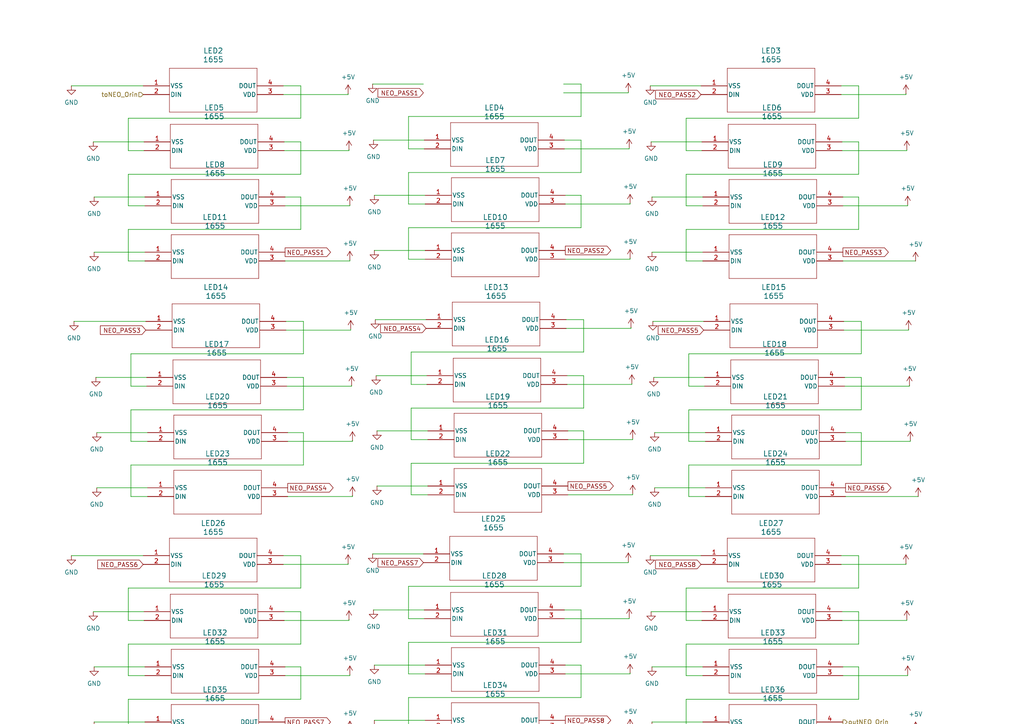
<source format=kicad_sch>
(kicad_sch (version 20231120) (generator "eeschema") (generator_version "8.0")
  (paper "A4")
  (lib_symbols
    (symbol "1655_1" (pin_names (offset 0.254))
      (property "Reference" "LED" (at 20.32 10.16 0))
      (property "Value" "1655" (at 20.32 7.62 0))
      (symbol "1655_1_0_1"
        (polyline (pts (xy 7.62 -7.62) (xy 33.02 -7.62)) (stroke (width 0.127)))
        (polyline (pts (xy 7.62 5.08) (xy 7.62 -7.62)) (stroke (width 0.127)))
        (polyline (pts (xy 33.02 -7.62) (xy 33.02 5.08)) (stroke (width 0.127)))
        (polyline (pts (xy 33.02 5.08) (xy 7.62 5.08)) (stroke (width 0.127)))
      )
      (symbol "1655_1_1_1"
        (pin unspecified line (at 0 0 0) (length 7.62) (name "VSS") (number "1"))
        (pin unspecified line (at 0 -2.54 0) (length 7.62) (name "DIN") (number "2"))
        (pin unspecified line (at 40.64 -2.54 180) (length 7.62) (name "VDD") (number "3"))
        (pin unspecified line (at 40.64 0 180) (length 7.62) (name "DOUT") (number "4"))
      )
    )
    (symbol "power:+5V" (power) (pin_numbers hide) (pin_names (offset 0) hide)
      (property "Value" "+5V" (at 0 3.556 0))
      (symbol "+5V_0_1"
        (polyline (pts (xy -0.762 1.27) (xy 0 2.54)))
        (polyline (pts (xy 0 0) (xy 0 2.54)))
        (polyline (pts (xy 0 2.54) (xy 0.762 1.27)))
      )
      (symbol "+5V_1_1"
        (pin power_in line (at 0 0 90) (length 0) (name "~") (number "1"))
      )
    )
    (symbol "power:GND" (power) (pin_numbers hide) (pin_names (offset 0) hide)
      (property "Value" "GND" (at 0 -3.81 0))
      (symbol "GND_0_1"
        (polyline (pts (xy 0 0) (xy 0 -1.27) (xy 1.27 -1.27) (xy 0 -2.54) (xy -1.27 -1.27) (xy 0 -1.27)))
      )
      (symbol "GND_1_1"
        (pin power_in line (at 0 0 270) (length 0) (name "~") (number "1"))
      )
    )
  )
  (wire (pts (xy 249.809 125.476) (xy 249.809 134.874)))
  (wire (pts (xy 20.701 24.892) (xy 41.529 24.892)))
  (wire (pts (xy 37.973 128.016) (xy 42.799 128.016)))
  (wire (pts (xy 249.047 161.163) (xy 249.047 170.561)))
  (wire (pts (xy 101.473 211.709) (xy 101.473 211.963)))
  (wire (pts (xy 168.529 170.053) (xy 118.491 170.053)))
  (wire (pts (xy 199.009 170.561) (xy 199.009 179.959)))
  (wire (pts (xy 118.491 75.184) (xy 123.317 75.184)))
  (wire (pts (xy 118.491 59.182) (xy 123.317 59.182)))
  (wire (pts (xy 82.423 177.419) (xy 87.249 177.419)))
  (wire (pts (xy 168.529 160.655) (xy 163.449 160.655)))
  (wire (pts (xy 101.219 179.705) (xy 101.219 179.959)))
  (wire (pts (xy 249.047 202.819) (xy 199.009 202.819)))
  (wire (pts (xy 37.211 211.963) (xy 42.037 211.963)))
  (wire (pts (xy 118.491 179.451) (xy 123.063 179.451)))
  (wire (pts (xy 100.965 163.703) (xy 82.169 163.703)))
  (wire (pts (xy 249.047 57.15) (xy 249.047 66.548)))
  (wire (pts (xy 102.235 143.764) (xy 102.235 144.018)))
  (wire (pts (xy 37.211 59.69) (xy 42.037 59.69)))
  (wire (pts (xy 244.983 109.474) (xy 249.809 109.474)))
  (wire (pts (xy 262.763 27.178) (xy 262.763 27.432)))
  (wire (pts (xy 101.727 95.504) (xy 101.727 95.758)))
  (wire (pts (xy 168.529 202.311) (xy 118.491 202.311)))
  (wire (pts (xy 109.347 140.97) (xy 124.079 140.97)))
  (wire (pts (xy 163.957 56.642) (xy 168.529 56.642)))
  (wire (pts (xy 182.753 75.184) (xy 163.957 75.184)))
  (wire (pts (xy 199.771 118.872) (xy 199.771 128.016)))
  (wire (pts (xy 199.771 134.874) (xy 199.771 144.018)))
  (wire (pts (xy 169.291 124.968) (xy 169.291 134.366)))
  (wire (pts (xy 262.763 27.432) (xy 243.967 27.432)))
  (wire (pts (xy 28.067 125.476) (xy 42.799 125.476)))
  (wire (pts (xy 87.249 161.163) (xy 82.169 161.163)))
  (wire (pts (xy 119.253 143.51) (xy 124.079 143.51)))
  (wire (pts (xy 249.809 118.872) (xy 199.771 118.872)))
  (wire (pts (xy 119.253 102.108) (xy 119.253 111.506)))
  (wire (pts (xy 249.047 24.892) (xy 249.047 34.29)))
  (wire (pts (xy 101.473 195.961) (xy 82.677 195.961)))
  (wire (pts (xy 163.703 40.64) (xy 168.529 40.64)))
  (wire (pts (xy 249.047 41.148) (xy 249.047 50.546)))
  (wire (pts (xy 263.525 95.504) (xy 263.525 95.758)))
  (wire (pts (xy 183.515 127.508) (xy 164.719 127.508)))
  (wire (pts (xy 163.957 192.913) (xy 168.529 192.913)))
  (wire (pts (xy 119.253 127.508) (xy 124.079 127.508)))
  (wire (pts (xy 188.595 161.163) (xy 203.327 161.163)))
  (wire (pts (xy 164.465 108.966) (xy 169.291 108.966)))
  (wire (pts (xy 168.529 33.782) (xy 118.491 33.782)))
  (wire (pts (xy 87.249 24.892) (xy 87.249 34.29)))
  (wire (pts (xy 118.491 211.455) (xy 123.317 211.455)))
  (wire (pts (xy 183.261 111.506) (xy 164.465 111.506)))
  (wire (pts (xy 266.319 144.018) (xy 245.237 144.018)))
  (wire (pts (xy 87.249 177.419) (xy 87.249 186.817)))
  (wire (pts (xy 118.491 50.038) (xy 118.491 59.182)))
  (wire (pts (xy 101.473 75.692) (xy 82.677 75.692)))
  (wire (pts (xy 265.557 75.692) (xy 244.475 75.692)))
  (wire (pts (xy 199.009 211.963) (xy 203.835 211.963)))
  (wire (pts (xy 189.865 125.476) (xy 204.597 125.476)))
  (wire (pts (xy 87.249 57.15) (xy 87.249 66.548)))
  (wire (pts (xy 263.017 43.434) (xy 263.017 43.688)))
  (wire (pts (xy 20.701 161.163) (xy 41.529 161.163)))
  (wire (pts (xy 168.529 176.911) (xy 168.529 186.309)))
  (wire (pts (xy 108.331 40.64) (xy 123.063 40.64)))
  (wire (pts (xy 37.973 134.874) (xy 37.973 144.018)))
  (wire (pts (xy 189.103 57.15) (xy 203.835 57.15)))
  (wire (pts (xy 87.249 170.561) (xy 37.211 170.561)))
  (wire (pts (xy 249.047 66.548) (xy 199.009 66.548)))
  (wire (pts (xy 87.249 50.546) (xy 37.211 50.546)))
  (wire (pts (xy 101.219 43.434) (xy 101.219 43.688)))
  (wire (pts (xy 249.047 170.561) (xy 199.009 170.561)))
  (wire (pts (xy 169.291 108.966) (xy 169.291 118.364)))
  (wire (pts (xy 169.291 92.71) (xy 164.211 92.71)))
  (wire (pts (xy 101.473 59.69) (xy 82.677 59.69)))
  (wire (pts (xy 37.211 43.688) (xy 41.783 43.688)))
  (wire (pts (xy 263.271 59.69) (xy 244.475 59.69)))
  (wire (pts (xy 87.249 193.421) (xy 87.249 202.819)))
  (wire (pts (xy 88.011 118.872) (xy 37.973 118.872)))
  (wire (pts (xy 119.253 134.366) (xy 119.253 143.51)))
  (wire (pts (xy 37.973 118.872) (xy 37.973 128.016)))
  (wire (pts (xy 199.771 144.018) (xy 204.597 144.018)))
  (wire (pts (xy 199.009 179.959) (xy 203.581 179.959)))
  (wire (pts (xy 101.219 43.688) (xy 82.423 43.688)))
  (wire (pts (xy 244.221 177.419) (xy 249.047 177.419)))
  (wire (pts (xy 118.491 202.311) (xy 118.491 211.455)))
  (wire (pts (xy 108.077 24.384) (xy 122.809 24.384)))
  (wire (pts (xy 88.011 109.474) (xy 88.011 118.872)))
  (wire (pts (xy 101.473 59.436) (xy 101.473 59.69)))
  (wire (pts (xy 21.463 93.218) (xy 42.291 93.218)))
  (wire (pts (xy 118.491 186.309) (xy 118.491 195.453)))
  (wire (pts (xy 182.245 26.67) (xy 182.245 26.924)))
  (wire (pts (xy 88.011 134.874) (xy 37.973 134.874)))
  (wire (pts (xy 118.491 33.782) (xy 118.491 43.18)))
  (wire (pts (xy 189.103 193.421) (xy 203.835 193.421)))
  (wire (pts (xy 87.249 161.163) (xy 87.249 170.561)))
  (wire (pts (xy 199.009 59.69) (xy 203.835 59.69)))
  (wire (pts (xy 83.439 125.476) (xy 88.011 125.476)))
  (wire (pts (xy 182.499 179.197) (xy 182.499 179.451)))
  (wire (pts (xy 118.491 195.453) (xy 123.317 195.453)))
  (wire (pts (xy 249.047 34.29) (xy 199.009 34.29)))
  (wire (pts (xy 182.753 195.453) (xy 163.957 195.453)))
  (wire (pts (xy 118.491 170.053) (xy 118.491 179.451)))
  (wire (pts (xy 199.009 75.692) (xy 203.835 75.692)))
  (wire (pts (xy 168.529 40.64) (xy 168.529 50.038)))
  (wire (pts (xy 182.753 211.455) (xy 163.957 211.455)))
  (wire (pts (xy 83.185 109.474) (xy 88.011 109.474)))
  (wire (pts (xy 244.475 57.15) (xy 249.047 57.15)))
  (wire (pts (xy 263.017 179.705) (xy 263.017 179.959)))
  (wire (pts (xy 182.499 43.18) (xy 163.703 43.18)))
  (wire (pts (xy 199.009 186.817) (xy 199.009 195.961)))
  (wire (pts (xy 263.271 195.961) (xy 244.475 195.961)))
  (wire (pts (xy 189.103 73.152) (xy 203.835 73.152)))
  (wire (pts (xy 188.849 177.419) (xy 203.581 177.419)))
  (wire (pts (xy 182.753 74.93) (xy 182.753 75.184)))
  (wire (pts (xy 102.235 128.016) (xy 83.439 128.016)))
  (wire (pts (xy 244.475 193.421) (xy 249.047 193.421)))
  (wire (pts (xy 101.981 112.014) (xy 83.185 112.014)))
  (wire (pts (xy 118.491 43.18) (xy 123.063 43.18)))
  (wire (pts (xy 88.011 93.218) (xy 88.011 102.616)))
  (wire (pts (xy 168.529 66.04) (xy 118.491 66.04)))
  (wire (pts (xy 82.677 57.15) (xy 87.249 57.15)))
  (wire (pts (xy 183.261 111.252) (xy 183.261 111.506)))
  (wire (pts (xy 182.245 163.195) (xy 163.449 163.195)))
  (wire (pts (xy 37.211 34.29) (xy 37.211 43.688)))
  (wire (pts (xy 101.981 111.76) (xy 101.981 112.014)))
  (wire (pts (xy 37.973 112.014) (xy 42.545 112.014)))
  (wire (pts (xy 245.237 125.476) (xy 249.809 125.476)))
  (wire (pts (xy 168.529 24.384) (xy 168.529 33.782)))
  (wire (pts (xy 28.067 141.478) (xy 42.799 141.478)))
  (wire (pts (xy 37.211 179.959) (xy 41.783 179.959)))
  (wire (pts (xy 182.753 211.201) (xy 182.753 211.455)))
  (wire (pts (xy 88.011 93.218) (xy 82.931 93.218)))
  (wire (pts (xy 262.763 163.703) (xy 243.967 163.703)))
  (wire (pts (xy 249.809 93.218) (xy 244.729 93.218)))
  (wire (pts (xy 264.033 128.016) (xy 245.237 128.016)))
  (wire (pts (xy 182.499 179.451) (xy 163.703 179.451)))
  (wire (pts (xy 168.529 186.309) (xy 118.491 186.309)))
  (wire (pts (xy 169.291 134.366) (xy 119.253 134.366)))
  (wire (pts (xy 182.753 59.182) (xy 163.957 59.182)))
  (wire (pts (xy 27.305 57.15) (xy 42.037 57.15)))
  (wire (pts (xy 101.727 95.758) (xy 82.931 95.758)))
  (wire (pts (xy 37.211 50.546) (xy 37.211 59.69)))
  (wire (pts (xy 263.017 43.688) (xy 244.221 43.688)))
  (wire (pts (xy 189.611 109.474) (xy 204.343 109.474)))
  (wire (pts (xy 163.703 176.911) (xy 168.529 176.911)))
  (wire (pts (xy 87.249 186.817) (xy 37.211 186.817)))
  (wire (pts (xy 199.771 128.016) (xy 204.597 128.016)))
  (wire (pts (xy 183.515 127.254) (xy 183.515 127.508)))
  (wire (pts (xy 264.033 127.762) (xy 264.033 128.016)))
  (wire (pts (xy 182.753 58.928) (xy 182.753 59.182)))
  (wire (pts (xy 87.249 34.29) (xy 37.211 34.29)))
  (wire (pts (xy 119.253 118.364) (xy 119.253 127.508)))
  (wire (pts (xy 27.051 177.419) (xy 41.783 177.419)))
  (wire (pts (xy 82.423 41.148) (xy 87.249 41.148)))
  (wire (pts (xy 182.753 195.199) (xy 182.753 195.453)))
  (wire (pts (xy 87.249 202.819) (xy 37.211 202.819)))
  (wire (pts (xy 199.009 50.546) (xy 199.009 59.69)))
  (wire (pts (xy 249.809 102.616) (xy 199.771 102.616)))
  (wire (pts (xy 188.595 24.892) (xy 203.327 24.892)))
  (wire (pts (xy 262.763 163.449) (xy 262.763 163.703)))
  (wire (pts (xy 249.047 177.419) (xy 249.047 186.817)))
  (wire (pts (xy 101.473 211.963) (xy 82.677 211.963)))
  (wire (pts (xy 87.249 41.148) (xy 87.249 50.546)))
  (wire (pts (xy 249.047 24.892) (xy 243.967 24.892)))
  (wire (pts (xy 118.491 66.04) (xy 118.491 75.184)))
  (wire (pts (xy 199.009 66.548) (xy 199.009 75.692)))
  (wire (pts (xy 37.973 102.616) (xy 37.973 112.014)))
  (wire (pts (xy 100.965 27.178) (xy 100.965 27.432)))
  (wire (pts (xy 189.865 141.478) (xy 204.597 141.478)))
  (wire (pts (xy 189.357 93.218) (xy 204.089 93.218)))
  (wire (pts (xy 182.499 42.926) (xy 182.499 43.18)))
  (wire (pts (xy 265.557 211.963) (xy 244.475 211.963)))
  (wire (pts (xy 263.017 179.959) (xy 244.221 179.959)))
  (wire (pts (xy 101.473 75.438) (xy 101.473 75.692)))
  (wire (pts (xy 199.771 102.616) (xy 199.771 112.014)))
  (wire (pts (xy 183.515 143.256) (xy 183.515 143.51)))
  (wire (pts (xy 100.965 27.432) (xy 82.169 27.432)))
  (wire (pts (xy 108.585 208.915) (xy 123.317 208.915)))
  (wire (pts (xy 101.219 179.959) (xy 82.423 179.959)))
  (wire (pts (xy 168.529 192.913) (xy 168.529 202.311)))
  (wire (pts (xy 199.009 34.29) (xy 199.009 43.688)))
  (wire (pts (xy 37.211 170.561) (xy 37.211 179.959)))
  (wire (pts (xy 82.677 193.421) (xy 87.249 193.421)))
  (wire (pts (xy 164.719 124.968) (xy 169.291 124.968)))
  (wire (pts (xy 37.973 144.018) (xy 42.799 144.018)))
  (wire (pts (xy 244.221 41.148) (xy 249.047 41.148)))
  (wire (pts (xy 249.047 193.421) (xy 249.047 202.819)))
  (wire (pts (xy 183.007 94.996) (xy 183.007 95.25)))
  (wire (pts (xy 88.011 102.616) (xy 37.973 102.616)))
  (wire (pts (xy 37.211 202.819) (xy 37.211 211.963)))
  (wire (pts (xy 87.249 66.548) (xy 37.211 66.548)))
  (wire (pts (xy 119.253 111.506) (xy 123.825 111.506)))
  (wire (pts (xy 199.009 43.688) (xy 203.581 43.688)))
  (wire (pts (xy 87.249 24.892) (xy 82.169 24.892)))
  (wire (pts (xy 249.809 109.474) (xy 249.809 118.872)))
  (wire (pts (xy 168.529 50.038) (xy 118.491 50.038)))
  (wire (pts (xy 101.473 195.707) (xy 101.473 195.961)))
  (wire (pts (xy 27.305 73.152) (xy 42.037 73.152)))
  (wire (pts (xy 27.305 193.421) (xy 42.037 193.421)))
  (wire (pts (xy 27.051 41.148) (xy 41.783 41.148)))
  (wire (pts (xy 182.245 162.941) (xy 182.245 163.195)))
  (wire (pts (xy 27.813 109.474) (xy 42.545 109.474)))
  (wire (pts (xy 249.809 93.218) (xy 249.809 102.616)))
  (wire (pts (xy 169.291 92.71) (xy 169.291 102.108)))
  (wire (pts (xy 27.305 209.423) (xy 42.037 209.423)))
  (wire (pts (xy 108.331 176.911) (xy 123.063 176.911)))
  (wire (pts (xy 37.211 186.817) (xy 37.211 195.961)))
  (wire (pts (xy 199.009 195.961) (xy 203.835 195.961)))
  (wire (pts (xy 168.529 24.384) (xy 163.449 24.384)))
  (wire (pts (xy 100.965 163.449) (xy 100.965 163.703)))
  (wire (pts (xy 168.529 56.642) (xy 168.529 66.04)))
  (wire (pts (xy 249.809 134.874) (xy 199.771 134.874)))
  (wire (pts (xy 199.009 202.819) (xy 199.009 211.963)))
  (wire (pts (xy 102.235 144.018) (xy 83.439 144.018)))
  (wire (pts (xy 249.047 161.163) (xy 243.967 161.163)))
  (wire (pts (xy 183.515 143.51) (xy 164.719 143.51)))
  (wire (pts (xy 263.271 59.436) (xy 263.271 59.69)))
  (wire (pts (xy 108.585 56.642) (xy 123.317 56.642)))
  (wire (pts (xy 37.211 195.961) (xy 42.037 195.961)))
  (wire (pts (xy 108.585 192.913) (xy 123.317 192.913)))
  (wire (pts (xy 199.771 112.014) (xy 204.343 112.014)))
  (wire (pts (xy 102.235 127.762) (xy 102.235 128.016)))
  (wire (pts (xy 263.525 95.758) (xy 244.729 95.758)))
  (wire (pts (xy 88.011 125.476) (xy 88.011 134.874)))
  (wire (pts (xy 37.211 66.548) (xy 37.211 75.692)))
  (wire (pts (xy 169.291 102.108) (xy 119.253 102.108)))
  (wire (pts (xy 249.047 50.546) (xy 199.009 50.546)))
  (wire (pts (xy 169.291 118.364) (xy 119.253 118.364)))
  (wire (pts (xy 108.839 92.71) (xy 123.571 92.71)))
  (wire (pts (xy 37.211 75.692) (xy 42.037 75.692)))
  (wire (pts (xy 108.585 72.644) (xy 123.317 72.644)))
  (wire (pts (xy 189.103 209.423) (xy 203.835 209.423)))
  (wire (pts (xy 263.271 195.707) (xy 263.271 195.961)))
  (wire (pts (xy 109.347 124.968) (xy 124.079 124.968)))
  (wire (pts (xy 263.779 111.76) (xy 263.779 112.014)))
  (wire (pts (xy 263.779 112.014) (xy 244.983 112.014)))
  (wire (pts (xy 108.077 160.655) (xy 122.809 160.655)))
  (wire (pts (xy 109.093 108.966) (xy 123.825 108.966)))
  (wire (pts (xy 168.529 160.655) (xy 168.529 170.053)))
  (wire (pts (xy 249.047 186.817) (xy 199.009 186.817)))
  (wire (pts (xy 183.007 95.25) (xy 164.211 95.25)))
  (wire (pts (xy 188.849 41.148) (xy 203.581 41.148)))
  (wire (pts (xy 182.245 26.924) (xy 163.449 26.924)))
  (global_label "NEO_PASS5" (shape output) (at 164.719 140.97 0) (property "Intersheetrefs" "${INTERSHEET_REFS}" (effects (hide yes))))
  (global_label "NEO_PASS7" (shape output) (at 82.677 209.423 0) (property "Intersheetrefs" "${INTERSHEET_REFS}" (effects (hide yes))))
  (global_label "NEO_PASS2" (shape output) (at 163.957 72.644 0) (property "Intersheetrefs" "${INTERSHEET_REFS}" (effects (hide yes))))
  (global_label "NEO_PASS7" (shape input) (at 122.809 163.195 180) (property "Intersheetrefs" "${INTERSHEET_REFS}" (effects (hide yes))))
  (global_label "NEO_PASS6" (shape input) (at 41.529 163.703 180) (property "Intersheetrefs" "${INTERSHEET_REFS}" (effects (hide yes))))
  (global_label "NEO_PASS8" (shape input) (at 203.327 163.703 180) (property "Intersheetrefs" "${INTERSHEET_REFS}" (effects (hide yes))))
  (global_label "NEO_PASS1" (shape output) (at 82.677 73.152 0) (property "Intersheetrefs" "${INTERSHEET_REFS}" (effects (hide yes))))
  (global_label "NEO_PASS3" (shape output) (at 244.475 73.152 0) (property "Intersheetrefs" "${INTERSHEET_REFS}" (effects (hide yes))))
  (global_label "NEO_PASS2" (shape input) (at 203.327 27.432 180) (property "Intersheetrefs" "${INTERSHEET_REFS}" (effects (hide yes))))
  (global_label "NEO_PASS1" (shape input) (at 122.809 26.924 180) (property "Intersheetrefs" "${INTERSHEET_REFS}" (effects (hide yes))))
  (global_label "NEO_PASS6" (shape output) (at 245.237 141.478 0) (property "Intersheetrefs" "${INTERSHEET_REFS}" (effects (hide yes))))
  (global_label "NEO_PASS3" (shape input) (at 42.291 95.758 180) (property "Intersheetrefs" "${INTERSHEET_REFS}" (effects (hide yes))))
  (global_label "NEO_PASS4" (shape input) (at 123.571 95.25 180) (property "Intersheetrefs" "${INTERSHEET_REFS}" (effects (hide yes))))
  (global_label "NEO_PASS4" (shape output) (at 83.439 141.478 0) (property "Intersheetrefs" "${INTERSHEET_REFS}" (effects (hide yes))))
  (global_label "NEO_PASS8" (shape output) (at 163.957 208.915 0) (property "Intersheetrefs" "${INTERSHEET_REFS}" (effects (hide yes))))
  (global_label "NEO_PASS5" (shape input) (at 204.089 95.758 180) (property "Intersheetrefs" "${INTERSHEET_REFS}" (effects (hide yes))))
  (hierarchical_label "toNEO_Orin" (shape input) (at 41.529 27.432 180))
  (hierarchical_label "toNEO_Orin" (shape input) (at 18.415 -13.208 180))
  (hierarchical_label "outNEO_Orin" (shape output) (at 244.475 209.423 0))
  (symbol (lib_id "power:+5V") (at 100.965 27.178 0) (unit 1)
    (property "Reference" "#PWR0102" (effects (hide yes)))
    (property "Value" "+5V" (at 100.965 22.352 0))
    (property "Description" "Power symbol creates a global label with name \"+5V\"" (effects (hide yes)))
  )
  (symbol (lib_id "power:GND") (at 108.585 208.915 0) (unit 1)
    (property "Reference" "#PWR0164" (effects (hide yes)))
    (property "Value" "GND" (at 108.585 213.741 0))
    (property "Description" "Power symbol creates a global label with name \"GND\" , ground" (effects (hide yes)))
  )
  (symbol (lib_id "power:+5V") (at 265.557 75.692 0) (unit 1)
    (property "Reference" "#PWR0121" (effects (hide yes)))
    (property "Value" "+5V" (at 265.557 70.866 0))
    (property "Description" "Power symbol creates a global label with name \"+5V\"" (effects (hide yes)))
  )
  (symbol (lib_id "power:GND") (at 109.347 140.97 0) (unit 1)
    (property "Reference" "#PWR0140" (effects (hide yes)))
    (property "Value" "GND" (at 109.347 145.796 0))
    (property "Description" "Power symbol creates a global label with name \"GND\" , ground" (effects (hide yes)))
  )
  (symbol (lib_id "power:GND") (at 189.357 93.218 0) (unit 1)
    (property "Reference" "#PWR0124" (effects (hide yes)))
    (property "Value" "GND" (at 189.357 98.044 0))
    (property "Description" "Power symbol creates a global label with name \"GND\" , ground" (effects (hide yes)))
  )
  (symbol (lib_id "power:+5V") (at 183.515 127.254 0) (unit 1)
    (property "Reference" "#PWR0137" (effects (hide yes)))
    (property "Value" "+5V" (at 183.515 122.428 0))
    (property "Description" "Power symbol creates a global label with name \"+5V\"" (effects (hide yes)))
  )
  (symbol (lib_id "power:GND") (at 108.077 24.384 0) (unit 1)
    (property "Reference" "#PWR098" (effects (hide yes)))
    (property "Value" "GND" (at 108.077 29.21 0))
    (property "Description" "Power symbol creates a global label with name \"GND\" , ground" (effects (hide yes)))
  )
  (symbol (lib_id "power:+5V") (at 182.499 42.926 0) (unit 1)
    (property "Reference" "#PWR0107" (effects (hide yes)))
    (property "Value" "+5V" (at 182.499 38.1 0))
    (property "Description" "Power symbol creates a global label with name \"+5V\"" (effects (hide yes)))
  )
  (symbol (lib_id "power:GND") (at 28.067 141.478 0) (unit 1)
    (property "Reference" "#PWR0141" (effects (hide yes)))
    (property "Value" "GND" (at 28.067 146.304 0))
    (property "Description" "Power symbol creates a global label with name \"GND\" , ground" (effects (hide yes)))
  )
  (symbol (lib_name "1655_1") (lib_id "Imported_Symbols:1655") (at 124.079 140.97 0) (unit 1)
    (property "Reference" "LED22" (at 144.399 131.572 0) (effects (font (size 1.524 1.524))))
    (property "Value" "1655" (at 144.399 134.112 0) (effects (font (size 1.524 1.524))))
    (property "Footprint" "LED_SMD:LED_LiteOn_LTST-E563C_PLCC4_5.0x5.0mm_P3.2mm_HandSoldering" (effects (hide yes)))
    (property "Datasheet" "1655" (effects (hide yes)))
  )
  (symbol (lib_id "power:+5V") (at 101.219 179.705 0) (unit 1)
    (property "Reference" "#PWR0156" (effects (hide yes)))
    (property "Value" "+5V" (at 101.219 174.879 0))
    (property "Description" "Power symbol creates a global label with name \"+5V\"" (effects (hide yes)))
  )
  (symbol (lib_id "power:+5V") (at 182.245 162.941 0) (unit 1)
    (property "Reference" "#PWR0149" (effects (hide yes)))
    (property "Value" "+5V" (at 182.245 158.115 0))
    (property "Description" "Power symbol creates a global label with name \"+5V\"" (effects (hide yes)))
  )
  (symbol (lib_name "1655_1") (lib_id "Imported_Symbols:1655") (at 203.327 24.892 0) (unit 1)
    (property "Reference" "LED3" (at 223.647 14.732 0) (effects (font (size 1.524 1.524))))
    (property "Value" "1655" (at 223.647 17.272 0) (effects (font (size 1.524 1.524))))
    (property "Footprint" "LED_SMD:LED_LiteOn_LTST-E563C_PLCC4_5.0x5.0mm_P3.2mm_HandSoldering" (effects (hide yes)))
    (property "Datasheet" "1655" (effects (hide yes)))
  )
  (symbol (lib_name "1655_1") (lib_id "Imported_Symbols:1655") (at 203.835 73.152 0) (unit 1)
    (property "Reference" "LED12" (at 224.155 62.992 0) (effects (font (size 1.524 1.524))))
    (property "Value" "1655" (at 224.155 65.532 0) (effects (font (size 1.524 1.524))))
    (property "Footprint" "LED_SMD:LED_LiteOn_LTST-E563C_PLCC4_5.0x5.0mm_P3.2mm_HandSoldering" (effects (hide yes)))
    (property "Datasheet" "1655" (effects (hide yes)))
  )
  (symbol (lib_name "1655_1") (lib_id "Imported_Symbols:1655") (at 41.783 177.419 0) (unit 1)
    (property "Reference" "LED29" (at 62.103 167.005 0) (effects (font (size 1.524 1.524))))
    (property "Value" "1655" (at 62.103 169.545 0) (effects (font (size 1.524 1.524))))
    (property "Footprint" "LED_SMD:LED_LiteOn_LTST-E563C_PLCC4_5.0x5.0mm_P3.2mm_HandSoldering" (effects (hide yes)))
    (property "Datasheet" "1655" (effects (hide yes)))
  )
  (symbol (lib_id "power:GND") (at 188.849 177.419 0) (unit 1)
    (property "Reference" "#PWR0154" (effects (hide yes)))
    (property "Value" "GND" (at 188.849 182.245 0))
    (property "Description" "Power symbol creates a global label with name \"GND\" , ground" (effects (hide yes)))
  )
  (symbol (lib_id "power:+5V") (at 265.557 211.963 0) (unit 1)
    (property "Reference" "#PWR0169" (effects (hide yes)))
    (property "Value" "+5V" (at 265.557 207.137 0))
    (property "Description" "Power symbol creates a global label with name \"+5V\"" (effects (hide yes)))
  )
  (symbol (lib_name "1655_1") (lib_id "Imported_Symbols:1655") (at 204.089 93.218 0) (unit 1)
    (property "Reference" "LED15" (at 224.409 83.312 0) (effects (font (size 1.524 1.524))))
    (property "Value" "1655" (at 224.409 85.852 0) (effects (font (size 1.524 1.524))))
    (property "Footprint" "LED_SMD:LED_LiteOn_LTST-E563C_PLCC4_5.0x5.0mm_P3.2mm_HandSoldering" (effects (hide yes)))
    (property "Datasheet" "1655" (effects (hide yes)))
  )
  (symbol (lib_id "power:GND") (at 188.595 24.892 0) (unit 1)
    (property "Reference" "#PWR0100" (effects (hide yes)))
    (property "Value" "GND" (at 188.595 29.718 0))
    (property "Description" "Power symbol creates a global label with name \"GND\" , ground" (effects (hide yes)))
  )
  (symbol (lib_id "power:+5V") (at 262.763 27.178 0) (unit 1)
    (property "Reference" "#PWR0103" (effects (hide yes)))
    (property "Value" "+5V" (at 262.763 22.352 0))
    (property "Description" "Power symbol creates a global label with name \"+5V\"" (effects (hide yes)))
  )
  (symbol (lib_id "power:GND") (at 189.865 125.476 0) (unit 1)
    (property "Reference" "#PWR0136" (effects (hide yes)))
    (property "Value" "GND" (at 189.865 130.302 0))
    (property "Description" "Power symbol creates a global label with name \"GND\" , ground" (effects (hide yes)))
  )
  (symbol (lib_id "power:GND") (at 189.103 209.423 0) (unit 1)
    (property "Reference" "#PWR0166" (effects (hide yes)))
    (property "Value" "GND" (at 189.103 214.249 0))
    (property "Description" "Power symbol creates a global label with name \"GND\" , ground" (effects (hide yes)))
  )
  (symbol (lib_name "1655_1") (lib_id "Imported_Symbols:1655") (at 123.063 40.64 0) (unit 1)
    (property "Reference" "LED4" (at 143.383 31.242 0) (effects (font (size 1.524 1.524))))
    (property "Value" "1655" (at 143.383 33.782 0) (effects (font (size 1.524 1.524))))
    (property "Footprint" "LED_SMD:LED_LiteOn_LTST-E563C_PLCC4_5.0x5.0mm_P3.2mm_HandSoldering" (effects (hide yes)))
    (property "Datasheet" "1655" (effects (hide yes)))
  )
  (symbol (lib_id "power:GND") (at 108.585 56.642 0) (unit 1)
    (property "Reference" "#PWR0110" (effects (hide yes)))
    (property "Value" "GND" (at 108.585 61.468 0))
    (property "Description" "Power symbol creates a global label with name \"GND\" , ground" (effects (hide yes)))
  )
  (symbol (lib_id "power:+5V") (at 263.271 195.707 0) (unit 1)
    (property "Reference" "#PWR0163" (effects (hide yes)))
    (property "Value" "+5V" (at 263.271 190.881 0))
    (property "Description" "Power symbol creates a global label with name \"+5V\"" (effects (hide yes)))
  )
  (symbol (lib_id "power:GND") (at 27.051 41.148 0) (unit 1)
    (property "Reference" "#PWR0105" (effects (hide yes)))
    (property "Value" "GND" (at 27.051 45.974 0))
    (property "Description" "Power symbol creates a global label with name \"GND\" , ground" (effects (hide yes)))
  )
  (symbol (lib_name "1655_1") (lib_id "Imported_Symbols:1655") (at 203.581 177.419 0) (unit 1)
    (property "Reference" "LED30" (at 223.901 167.005 0) (effects (font (size 1.524 1.524))))
    (property "Value" "1655" (at 223.901 169.545 0) (effects (font (size 1.524 1.524))))
    (property "Footprint" "LED_SMD:LED_LiteOn_LTST-E563C_PLCC4_5.0x5.0mm_P3.2mm_HandSoldering" (effects (hide yes)))
    (property "Datasheet" "1655" (effects (hide yes)))
  )
  (symbol (lib_id "power:GND") (at 109.347 124.968 0) (unit 1)
    (property "Reference" "#PWR0134" (effects (hide yes)))
    (property "Value" "GND" (at 109.347 129.794 0))
    (property "Description" "Power symbol creates a global label with name \"GND\" , ground" (effects (hide yes)))
  )
  (symbol (lib_id "power:+5V") (at 101.473 75.438 0) (unit 1)
    (property "Reference" "#PWR0120" (effects (hide yes)))
    (property "Value" "+5V" (at 101.473 70.612 0))
    (property "Description" "Power symbol creates a global label with name \"+5V\"" (effects (hide yes)))
  )
  (symbol (lib_id "power:+5V") (at 263.779 111.76 0) (unit 1)
    (property "Reference" "#PWR0133" (effects (hide yes)))
    (property "Value" "+5V" (at 263.779 106.934 0))
    (property "Description" "Power symbol creates a global label with name \"+5V\"" (effects (hide yes)))
  )
  (symbol (lib_id "power:+5V") (at 182.245 26.67 0) (unit 1)
    (property "Reference" "#PWR0101" (effects (hide yes)))
    (property "Value" "+5V" (at 182.245 21.844 0))
    (property "Description" "Power symbol creates a global label with name \"+5V\"" (effects (hide yes)))
  )
  (symbol (lib_name "1655_1") (lib_id "Imported_Symbols:1655") (at 204.597 125.476 0) (unit 1)
    (property "Reference" "LED21" (at 224.917 115.062 0) (effects (font (size 1.524 1.524))))
    (property "Value" "1655" (at 224.917 117.602 0) (effects (font (size 1.524 1.524))))
    (property "Footprint" "LED_SMD:LED_LiteOn_LTST-E563C_PLCC4_5.0x5.0mm_P3.2mm_HandSoldering" (effects (hide yes)))
    (property "Datasheet" "1655" (effects (hide yes)))
  )
  (symbol (lib_id "power:+5V") (at 182.753 195.199 0) (unit 1)
    (property "Reference" "#PWR0161" (effects (hide yes)))
    (property "Value" "+5V" (at 182.753 190.373 0))
    (property "Description" "Power symbol creates a global label with name \"+5V\"" (effects (hide yes)))
  )
  (symbol (lib_id "power:+5V") (at 263.017 179.705 0) (unit 1)
    (property "Reference" "#PWR0157" (effects (hide yes)))
    (property "Value" "+5V" (at 263.017 174.879 0))
    (property "Description" "Power symbol creates a global label with name \"+5V\"" (effects (hide yes)))
  )
  (symbol (lib_id "power:GND") (at 27.305 209.423 0) (unit 1)
    (property "Reference" "#PWR0165" (effects (hide yes)))
    (property "Value" "GND" (at 27.305 214.249 0))
    (property "Description" "Power symbol creates a global label with name \"GND\" , ground" (effects (hide yes)))
  )
  (symbol (lib_id "power:+5V") (at 183.515 143.256 0) (unit 1)
    (property "Reference" "#PWR0143" (effects (hide yes)))
    (property "Value" "+5V" (at 183.515 138.43 0))
    (property "Description" "Power symbol creates a global label with name \"+5V\"" (effects (hide yes)))
  )
  (symbol (lib_id "power:GND") (at 108.077 160.655 0) (unit 1)
    (property "Reference" "#PWR0146" (effects (hide yes)))
    (property "Value" "GND" (at 108.077 165.481 0))
    (property "Description" "Power symbol creates a global label with name \"GND\" , ground" (effects (hide yes)))
  )
  (symbol (lib_id "power:GND") (at 189.103 57.15 0) (unit 1)
    (property "Reference" "#PWR0112" (effects (hide yes)))
    (property "Value" "GND" (at 189.103 61.976 0))
    (property "Description" "Power symbol creates a global label with name \"GND\" , ground" (effects (hide yes)))
  )
  (symbol (lib_id "power:GND") (at 189.103 73.152 0) (unit 1)
    (property "Reference" "#PWR0118" (effects (hide yes)))
    (property "Value" "GND" (at 189.103 77.978 0))
    (property "Description" "Power symbol creates a global label with name \"GND\" , ground" (effects (hide yes)))
  )
  (symbol (lib_name "1655_1") (lib_id "Imported_Symbols:1655") (at 123.317 192.913 0) (unit 1)
    (property "Reference" "LED31" (at 143.637 183.515 0) (effects (font (size 1.524 1.524))))
    (property "Value" "1655" (at 143.637 186.055 0) (effects (font (size 1.524 1.524))))
    (property "Footprint" "LED_SMD:LED_LiteOn_LTST-E563C_PLCC4_5.0x5.0mm_P3.2mm_HandSoldering" (effects (hide yes)))
    (property "Datasheet" "1655" (effects (hide yes)))
  )
  (symbol (lib_id "power:+5V") (at 101.219 43.434 0) (unit 1)
    (property "Reference" "#PWR0108" (effects (hide yes)))
    (property "Value" "+5V" (at 101.219 38.608 0))
    (property "Description" "Power symbol creates a global label with name \"+5V\"" (effects (hide yes)))
  )
  (symbol (lib_name "1655_1") (lib_id "Imported_Symbols:1655") (at 18.415 -15.748 0) (unit 1)
    (property "Reference" "LED1" (at 38.735 -25.4 0) (effects (font (size 1.524 1.524))))
    (property "Value" "1655" (at 38.735 -22.86 0) (effects (font (size 1.524 1.524))))
    (property "Footprint" "LED_SMD:LED_LiteOn_LTST-E563C_PLCC4_5.0x5.0mm_P3.2mm_HandSoldering" (effects (hide yes)))
    (property "Datasheet" "1655" (effects (hide yes)))
  )
  (symbol (lib_name "1655_1") (lib_id "Imported_Symbols:1655") (at 123.825 108.966 0) (unit 1)
    (property "Reference" "LED16" (at 144.145 98.552 0) (effects (font (size 1.524 1.524))))
    (property "Value" "1655" (at 144.145 101.092 0) (effects (font (size 1.524 1.524))))
    (property "Footprint" "LED_SMD:LED_LiteOn_LTST-E563C_PLCC4_5.0x5.0mm_P3.2mm_HandSoldering" (effects (hide yes)))
    (property "Datasheet" "1655" (effects (hide yes)))
  )
  (symbol (lib_id "power:+5V") (at 101.727 95.504 0) (unit 1)
    (property "Reference" "#PWR0126" (effects (hide yes)))
    (property "Value" "+5V" (at 101.727 90.678 0))
    (property "Description" "Power symbol creates a global label with name \"+5V\"" (effects (hide yes)))
  )
  (symbol (lib_name "1655_1") (lib_id "Imported_Symbols:1655") (at 42.037 57.15 0) (unit 1)
    (property "Reference" "LED8" (at 62.357 47.752 0) (effects (font (size 1.524 1.524))))
    (property "Value" "1655" (at 62.357 50.292 0) (effects (font (size 1.524 1.524))))
    (property "Footprint" "LED_SMD:LED_LiteOn_LTST-E563C_PLCC4_5.0x5.0mm_P3.2mm_HandSoldering" (effects (hide yes)))
    (property "Datasheet" "1655" (effects (hide yes)))
  )
  (symbol (lib_id "power:GND") (at 189.865 141.478 0) (unit 1)
    (property "Reference" "#PWR0142" (effects (hide yes)))
    (property "Value" "GND" (at 189.865 146.304 0))
    (property "Description" "Power symbol creates a global label with name \"GND\" , ground" (effects (hide yes)))
  )
  (symbol (lib_id "power:GND") (at 27.305 57.15 0) (unit 1)
    (property "Reference" "#PWR0111" (effects (hide yes)))
    (property "Value" "GND" (at 27.305 61.976 0))
    (property "Description" "Power symbol creates a global label with name \"GND\" , ground" (effects (hide yes)))
  )
  (symbol (lib_id "power:GND") (at 28.067 125.476 0) (unit 1)
    (property "Reference" "#PWR0135" (effects (hide yes)))
    (property "Value" "GND" (at 28.067 130.302 0))
    (property "Description" "Power symbol creates a global label with name \"GND\" , ground" (effects (hide yes)))
  )
  (symbol (lib_id "power:GND") (at 18.415 -15.748 270) (unit 1)
    (property "Reference" "#PWR071" (effects (hide yes)))
    (property "Value" "GND" (at 14.478 -15.7481 90) (effects (justify right)))
    (property "Description" "Power symbol creates a global label with name \"GND\" , ground" (effects (hide yes)))
  )
  (symbol (lib_name "1655_1") (lib_id "Imported_Symbols:1655") (at 42.037 73.152 0) (unit 1)
    (property "Reference" "LED11" (at 62.357 62.992 0) (effects (font (size 1.524 1.524))))
    (property "Value" "1655" (at 62.357 65.532 0) (effects (font (size 1.524 1.524))))
    (property "Footprint" "LED_SMD:LED_LiteOn_LTST-E563C_PLCC4_5.0x5.0mm_P3.2mm_HandSoldering" (effects (hide yes)))
    (property "Datasheet" "1655" (effects (hide yes)))
  )
  (symbol (lib_id "power:GND") (at 189.103 193.421 0) (unit 1)
    (property "Reference" "#PWR0160" (effects (hide yes)))
    (property "Value" "GND" (at 189.103 198.247 0))
    (property "Description" "Power symbol creates a global label with name \"GND\" , ground" (effects (hide yes)))
  )
  (symbol (lib_id "power:+5V") (at 59.055 -13.208 270) (unit 1)
    (property "Reference" "#PWR088" (effects (hide yes)))
    (property "Value" "+5V" (at 63.246 -13.2081 90) (effects (justify left)))
    (property "Description" "Power symbol creates a global label with name \"+5V\"" (effects (hide yes)))
  )
  (symbol (lib_name "1655_1") (lib_id "Imported_Symbols:1655") (at 203.835 193.421 0) (unit 1)
    (property "Reference" "LED33" (at 224.155 183.515 0) (effects (font (size 1.524 1.524))))
    (property "Value" "1655" (at 224.155 186.055 0) (effects (font (size 1.524 1.524))))
    (property "Footprint" "LED_SMD:LED_LiteOn_LTST-E563C_PLCC4_5.0x5.0mm_P3.2mm_HandSoldering" (effects (hide yes)))
    (property "Datasheet" "1655" (effects (hide yes)))
  )
  (symbol (lib_id "power:+5V") (at 182.499 179.197 0) (unit 1)
    (property "Reference" "#PWR0155" (effects (hide yes)))
    (property "Value" "+5V" (at 182.499 174.371 0))
    (property "Description" "Power symbol creates a global label with name \"+5V\"" (effects (hide yes)))
  )
  (symbol (lib_id "power:+5V") (at 101.473 195.707 0) (unit 1)
    (property "Reference" "#PWR0162" (effects (hide yes)))
    (property "Value" "+5V" (at 101.473 190.881 0))
    (property "Description" "Power symbol creates a global label with name \"+5V\"" (effects (hide yes)))
  )
  (symbol (lib_name "1655_1") (lib_id "Imported_Symbols:1655") (at 204.597 141.478 0) (unit 1)
    (property "Reference" "LED24" (at 224.917 131.572 0) (effects (font (size 1.524 1.524))))
    (property "Value" "1655" (at 224.917 134.112 0) (effects (font (size 1.524 1.524))))
    (property "Footprint" "LED_SMD:LED_LiteOn_LTST-E563C_PLCC4_5.0x5.0mm_P3.2mm_HandSoldering" (effects (hide yes)))
    (property "Datasheet" "1655" (effects (hide yes)))
  )
  (symbol (lib_id "power:+5V") (at 100.965 163.449 0) (unit 1)
    (property "Reference" "#PWR0150" (effects (hide yes)))
    (property "Value" "+5V" (at 100.965 158.623 0))
    (property "Description" "Power symbol creates a global label with name \"+5V\"" (effects (hide yes)))
  )
  (symbol (lib_name "1655_1") (lib_id "Imported_Symbols:1655") (at 204.343 109.474 0) (unit 1)
    (property "Reference" "LED18" (at 224.663 99.822 0) (effects (font (size 1.524 1.524))))
    (property "Value" "1655" (at 224.663 102.362 0) (effects (font (size 1.524 1.524))))
    (property "Footprint" "LED_SMD:LED_LiteOn_LTST-E563C_PLCC4_5.0x5.0mm_P3.2mm_HandSoldering" (effects (hide yes)))
    (property "Datasheet" "1655" (effects (hide yes)))
  )
  (symbol (lib_id "power:+5V") (at 263.017 43.434 0) (unit 1)
    (property "Reference" "#PWR0109" (effects (hide yes)))
    (property "Value" "+5V" (at 263.017 38.608 0))
    (property "Description" "Power symbol creates a global label with name \"+5V\"" (effects (hide yes)))
  )
  (symbol (lib_name "1655_1") (lib_id "Imported_Symbols:1655") (at 123.317 72.644 0) (unit 1)
    (property "Reference" "LED10" (at 143.637 62.992 0) (effects (font (size 1.524 1.524))))
    (property "Value" "1655" (at 143.637 65.532 0) (effects (font (size 1.524 1.524))))
    (property "Footprint" "LED_SMD:LED_LiteOn_LTST-E563C_PLCC4_5.0x5.0mm_P3.2mm_HandSoldering" (effects (hide yes)))
    (property "Datasheet" "1655" (effects (hide yes)))
  )
  (symbol (lib_id "power:GND") (at 108.585 192.913 0) (unit 1)
    (property "Reference" "#PWR0158" (effects (hide yes)))
    (property "Value" "GND" (at 108.585 197.739 0))
    (property "Description" "Power symbol creates a global label with name \"GND\" , ground" (effects (hide yes)))
  )
  (symbol (lib_id "power:GND") (at 109.093 108.966 0) (unit 1)
    (property "Reference" "#PWR0128" (effects (hide yes)))
    (property "Value" "GND" (at 109.093 113.792 0))
    (property "Description" "Power symbol creates a global label with name \"GND\" , ground" (effects (hide yes)))
  )
  (symbol (lib_name "1655_1") (lib_id "Imported_Symbols:1655") (at 42.037 209.423 0) (unit 1)
    (property "Reference" "LED35" (at 62.357 200.025 0) (effects (font (size 1.524 1.524))))
    (property "Value" "1655" (at 62.357 202.565 0) (effects (font (size 1.524 1.524))))
    (property "Footprint" "LED_SMD:LED_LiteOn_LTST-E563C_PLCC4_5.0x5.0mm_P3.2mm_HandSoldering" (effects (hide yes)))
    (property "Datasheet" "1655" (effects (hide yes)))
  )
  (symbol (lib_id "power:GND") (at 188.849 41.148 0) (unit 1)
    (property "Reference" "#PWR0106" (effects (hide yes)))
    (property "Value" "GND" (at 188.849 45.974 0))
    (property "Description" "Power symbol creates a global label with name \"GND\" , ground" (effects (hide yes)))
  )
  (symbol (lib_name "1655_1") (lib_id "Imported_Symbols:1655") (at 41.529 161.163 0) (unit 1)
    (property "Reference" "LED26" (at 61.849 151.765 0) (effects (font (size 1.524 1.524))))
    (property "Value" "1655" (at 61.849 154.305 0) (effects (font (size 1.524 1.524))))
    (property "Footprint" "LED_SMD:LED_LiteOn_LTST-E563C_PLCC4_5.0x5.0mm_P3.2mm_HandSoldering" (effects (hide yes)))
    (property "Datasheet" "1655" (effects (hide yes)))
  )
  (symbol (lib_id "power:GND") (at 108.585 72.644 0) (unit 1)
    (property "Reference" "#PWR0116" (effects (hide yes)))
    (property "Value" "GND" (at 108.585 77.47 0))
    (property "Description" "Power symbol creates a global label with name \"GND\" , ground" (effects (hide yes)))
  )
  (symbol (lib_name "1655_1") (lib_id "Imported_Symbols:1655") (at 42.037 193.421 0) (unit 1)
    (property "Reference" "LED32" (at 62.357 183.515 0) (effects (font (size 1.524 1.524))))
    (property "Value" "1655" (at 62.357 186.055 0) (effects (font (size 1.524 1.524))))
    (property "Footprint" "LED_SMD:LED_LiteOn_LTST-E563C_PLCC4_5.0x5.0mm_P3.2mm_HandSoldering" (effects (hide yes)))
    (property "Datasheet" "1655" (effects (hide yes)))
  )
  (symbol (lib_id "power:+5V") (at 263.271 59.436 0) (unit 1)
    (property "Reference" "#PWR0115" (effects (hide yes)))
    (property "Value" "+5V" (at 263.271 54.61 0))
    (property "Description" "Power symbol creates a global label with name \"+5V\"" (effects (hide yes)))
  )
  (symbol (lib_name "1655_1") (lib_id "Imported_Symbols:1655") (at 41.783 41.148 0) (unit 1)
    (property "Reference" "LED5" (at 62.103 31.242 0) (effects (font (size 1.524 1.524))))
    (property "Value" "1655" (at 62.103 33.782 0) (effects (font (size 1.524 1.524))))
    (property "Footprint" "LED_SMD:LED_LiteOn_LTST-E563C_PLCC4_5.0x5.0mm_P3.2mm_HandSoldering" (effects (hide yes)))
    (property "Datasheet" "1655" (effects (hide yes)))
  )
  (symbol (lib_name "1655_1") (lib_id "Imported_Symbols:1655") (at 123.317 56.642 0) (unit 1)
    (property "Reference" "LED7" (at 143.637 46.482 0) (effects (font (size 1.524 1.524))))
    (property "Value" "1655" (at 143.637 49.022 0) (effects (font (size 1.524 1.524))))
    (property "Footprint" "LED_SMD:LED_LiteOn_LTST-E563C_PLCC4_5.0x5.0mm_P3.2mm_HandSoldering" (effects (hide yes)))
    (property "Datasheet" "1655" (effects (hide yes)))
  )
  (symbol (lib_name "1655_1") (lib_id "Imported_Symbols:1655") (at 203.581 41.148 0) (unit 1)
    (property "Reference" "LED6" (at 223.901 31.242 0) (effects (font (size 1.524 1.524))))
    (property "Value" "1655" (at 223.901 33.782 0) (effects (font (size 1.524 1.524))))
    (property "Footprint" "LED_SMD:LED_LiteOn_LTST-E563C_PLCC4_5.0x5.0mm_P3.2mm_HandSoldering" (effects (hide yes)))
    (property "Datasheet" "1655" (effects (hide yes)))
  )
  (symbol (lib_id "power:+5V") (at 101.981 111.76 0) (unit 1)
    (property "Reference" "#PWR0132" (effects (hide yes)))
    (property "Value" "+5V" (at 101.981 106.934 0))
    (property "Description" "Power symbol creates a global label with name \"+5V\"" (effects (hide yes)))
  )
  (symbol (lib_name "1655_1") (lib_id "Imported_Symbols:1655") (at 42.545 109.474 0) (unit 1)
    (property "Reference" "LED17" (at 62.865 99.822 0) (effects (font (size 1.524 1.524))))
    (property "Value" "1655" (at 62.865 102.362 0) (effects (font (size 1.524 1.524))))
    (property "Footprint" "LED_SMD:LED_LiteOn_LTST-E563C_PLCC4_5.0x5.0mm_P3.2mm_HandSoldering" (effects (hide yes)))
    (property "Datasheet" "1655" (effects (hide yes)))
  )
  (symbol (lib_id "power:+5V") (at 266.319 144.018 0) (unit 1)
    (property "Reference" "#PWR0145" (effects (hide yes)))
    (property "Value" "+5V" (at 266.319 139.192 0))
    (property "Description" "Power symbol creates a global label with name \"+5V\"" (effects (hide yes)))
  )
  (symbol (lib_name "1655_1") (lib_id "Imported_Symbols:1655") (at 42.799 125.476 0) (unit 1)
    (property "Reference" "LED20" (at 63.119 115.062 0) (effects (font (size 1.524 1.524))))
    (property "Value" "1655" (at 63.119 117.602 0) (effects (font (size 1.524 1.524))))
    (property "Footprint" "LED_SMD:LED_LiteOn_LTST-E563C_PLCC4_5.0x5.0mm_P3.2mm_HandSoldering" (effects (hide yes)))
    (property "Datasheet" "1655" (effects (hide yes)))
  )
  (symbol (lib_id "power:+5V") (at 182.753 58.928 0) (unit 1)
    (property "Reference" "#PWR0113" (effects (hide yes)))
    (property "Value" "+5V" (at 182.753 54.102 0))
    (property "Description" "Power symbol creates a global label with name \"+5V\"" (effects (hide yes)))
  )
  (symbol (lib_id "power:+5V") (at 182.753 211.201 0) (unit 1)
    (property "Reference" "#PWR0167" (effects (hide yes)))
    (property "Value" "+5V" (at 182.753 206.375 0))
    (property "Description" "Power symbol creates a global label with name \"+5V\"" (effects (hide yes)))
  )
  (symbol (lib_name "1655_1") (lib_id "Imported_Symbols:1655") (at 124.079 124.968 0) (unit 1)
    (property "Reference" "LED19" (at 144.399 115.062 0) (effects (font (size 1.524 1.524))))
    (property "Value" "1655" (at 144.399 117.602 0) (effects (font (size 1.524 1.524))))
    (property "Footprint" "LED_SMD:LED_LiteOn_LTST-E563C_PLCC4_5.0x5.0mm_P3.2mm_HandSoldering" (effects (hide yes)))
    (property "Datasheet" "1655" (effects (hide yes)))
  )
  (symbol (lib_id "power:GND") (at 189.611 109.474 0) (unit 1)
    (property "Reference" "#PWR0130" (effects (hide yes)))
    (property "Value" "GND" (at 189.611 114.3 0))
    (property "Description" "Power symbol creates a global label with name \"GND\" , ground" (effects (hide yes)))
  )
  (symbol (lib_id "power:+5V") (at 183.007 94.996 0) (unit 1)
    (property "Reference" "#PWR0125" (effects (hide yes)))
    (property "Value" "+5V" (at 183.007 90.17 0))
    (property "Description" "Power symbol creates a global label with name \"+5V\"" (effects (hide yes)))
  )
  (symbol (lib_id "power:GND") (at 188.595 161.163 0) (unit 1)
    (property "Reference" "#PWR0148" (effects (hide yes)))
    (property "Value" "GND" (at 188.595 165.989 0))
    (property "Description" "Power symbol creates a global label with name \"GND\" , ground" (effects (hide yes)))
  )
  (symbol (lib_name "1655_1") (lib_id "Imported_Symbols:1655") (at 122.809 160.655 0) (unit 1)
    (property "Reference" "LED25" (at 143.129 150.495 0) (effects (font (size 1.524 1.524))))
    (property "Value" "1655" (at 143.129 153.035 0) (effects (font (size 1.524 1.524))))
    (property "Footprint" "LED_SMD:LED_LiteOn_LTST-E563C_PLCC4_5.0x5.0mm_P3.2mm_HandSoldering" (effects (hide yes)))
    (property "Datasheet" "1655" (effects (hide yes)))
  )
  (symbol (lib_id "power:GND") (at 27.051 177.419 0) (unit 1)
    (property "Reference" "#PWR0153" (effects (hide yes)))
    (property "Value" "GND" (at 27.051 182.245 0))
    (property "Description" "Power symbol creates a global label with name \"GND\" , ground" (effects (hide yes)))
  )
  (symbol (lib_id "power:GND") (at 27.305 73.152 0) (unit 1)
    (property "Reference" "#PWR0117" (effects (hide yes)))
    (property "Value" "GND" (at 27.305 77.978 0))
    (property "Description" "Power symbol creates a global label with name \"GND\" , ground" (effects (hide yes)))
  )
  (symbol (lib_name "1655_1") (lib_id "Imported_Symbols:1655") (at 42.291 93.218 0) (unit 1)
    (property "Reference" "LED14" (at 62.611 83.312 0) (effects (font (size 1.524 1.524))))
    (property "Value" "1655" (at 62.611 85.852 0) (effects (font (size 1.524 1.524))))
    (property "Footprint" "LED_SMD:LED_LiteOn_LTST-E563C_PLCC4_5.0x5.0mm_P3.2mm_HandSoldering" (effects (hide yes)))
    (property "Datasheet" "1655" (effects (hide yes)))
  )
  (symbol (lib_name "1655_1") (lib_id "Imported_Symbols:1655") (at 203.327 161.163 0) (unit 1)
    (property "Reference" "LED27" (at 223.647 151.765 0) (effects (font (size 1.524 1.524))))
    (property "Value" "1655" (at 223.647 154.305 0) (effects (font (size 1.524 1.524))))
    (property "Footprint" "LED_SMD:LED_LiteOn_LTST-E563C_PLCC4_5.0x5.0mm_P3.2mm_HandSoldering" (effects (hide yes)))
    (property "Datasheet" "1655" (effects (hide yes)))
  )
  (symbol (lib_id "power:GND") (at 108.839 92.71 0) (unit 1)
    (property "Reference" "#PWR0122" (effects (hide yes)))
    (property "Value" "GND" (at 108.839 97.536 0))
    (property "Description" "Power symbol creates a global label with name \"GND\" , ground" (effects (hide yes)))
  )
  (symbol (lib_name "1655_1") (lib_id "Imported_Symbols:1655") (at 42.799 141.478 0) (unit 1)
    (property "Reference" "LED23" (at 63.119 131.572 0) (effects (font (size 1.524 1.524))))
    (property "Value" "1655" (at 63.119 134.112 0) (effects (font (size 1.524 1.524))))
    (property "Footprint" "LED_SMD:LED_LiteOn_LTST-E563C_PLCC4_5.0x5.0mm_P3.2mm_HandSoldering" (effects (hide yes)))
    (property "Datasheet" "1655" (effects (hide yes)))
  )
  (symbol (lib_id "power:+5V") (at 262.763 163.449 0) (unit 1)
    (property "Reference" "#PWR0151" (effects (hide yes)))
    (property "Value" "+5V" (at 262.763 158.623 0))
    (property "Description" "Power symbol creates a global label with name \"+5V\"" (effects (hide yes)))
  )
  (symbol (lib_id "power:GND") (at 21.463 93.218 0) (unit 1)
    (property "Reference" "#PWR0123" (effects (hide yes)))
    (property "Value" "GND" (at 21.463 98.044 0))
    (property "Description" "Power symbol creates a global label with name \"GND\" , ground" (effects (hide yes)))
  )
  (symbol (lib_id "power:GND") (at 27.813 109.474 0) (unit 1)
    (property "Reference" "#PWR0129" (effects (hide yes)))
    (property "Value" "GND" (at 27.813 114.3 0))
    (property "Description" "Power symbol creates a global label with name \"GND\" , ground" (effects (hide yes)))
  )
  (symbol (lib_name "1655_1") (lib_id "Imported_Symbols:1655") (at 123.317 208.915 0) (unit 1)
    (property "Reference" "LED34" (at 143.637 198.755 0) (effects (font (size 1.524 1.524))))
    (property "Value" "1655" (at 143.637 201.295 0) (effects (font (size 1.524 1.524))))
    (property "Footprint" "LED_SMD:LED_LiteOn_LTST-E563C_PLCC4_5.0x5.0mm_P3.2mm_HandSoldering" (effects (hide yes)))
    (property "Datasheet" "1655" (effects (hide yes)))
  )
  (symbol (lib_id "power:+5V") (at 183.261 111.252 0) (unit 1)
    (property "Reference" "#PWR0131" (effects (hide yes)))
    (property "Value" "+5V" (at 183.261 106.426 0))
    (property "Description" "Power symbol creates a global label with name \"+5V\"" (effects (hide yes)))
  )
  (symbol (lib_id "power:GND") (at 108.331 176.911 0) (unit 1)
    (property "Reference" "#PWR0152" (effects (hide yes)))
    (property "Value" "GND" (at 108.331 181.737 0))
    (property "Description" "Power symbol creates a global label with name \"GND\" , ground" (effects (hide yes)))
  )
  (symbol (lib_id "power:GND") (at 20.701 24.892 0) (unit 1)
    (property "Reference" "#PWR099" (effects (hide yes)))
    (property "Value" "GND" (at 20.701 29.718 0))
    (property "Description" "Power symbol creates a global label with name \"GND\" , ground" (effects (hide yes)))
  )
  (symbol (lib_id "power:+5V") (at 101.473 59.436 0) (unit 1)
    (property "Reference" "#PWR0114" (effects (hide yes)))
    (property "Value" "+5V" (at 101.473 54.61 0))
    (property "Description" "Power symbol creates a global label with name \"+5V\"" (effects (hide yes)))
  )
  (symbol (lib_name "1655_1") (lib_id "Imported_Symbols:1655") (at 123.063 176.911 0) (unit 1)
    (property "Reference" "LED28" (at 143.383 167.005 0) (effects (font (size 1.524 1.524))))
    (property "Value" "1655" (at 143.383 169.545 0) (effects (font (size 1.524 1.524))))
    (property "Footprint" "LED_SMD:LED_LiteOn_LTST-E563C_PLCC4_5.0x5.0mm_P3.2mm_HandSoldering" (effects (hide yes)))
    (property "Datasheet" "1655" (effects (hide yes)))
  )
  (symbol (lib_id "power:GND") (at 27.305 193.421 0) (unit 1)
    (property "Reference" "#PWR0159" (effects (hide yes)))
    (property "Value" "GND" (at 27.305 198.247 0))
    (property "Description" "Power symbol creates a global label with name \"GND\" , ground" (effects (hide yes)))
  )
  (symbol (lib_id "power:+5V") (at 182.753 74.93 0) (unit 1)
    (property "Reference" "#PWR0119" (effects (hide yes)))
    (property "Value" "+5V" (at 182.753 70.104 0))
    (property "Description" "Power symbol creates a global label with name \"+5V\"" (effects (hide yes)))
  )
  (symbol (lib_id "power:+5V") (at 263.525 95.504 0) (unit 1)
    (property "Reference" "#PWR0127" (effects (hide yes)))
    (property "Value" "+5V" (at 263.525 90.678 0))
    (property "Description" "Power symbol creates a global label with name \"+5V\"" (effects (hide yes)))
  )
  (symbol (lib_id "power:+5V") (at 102.235 143.764 0) (unit 1)
    (property "Reference" "#PWR0144" (effects (hide yes)))
    (property "Value" "+5V" (at 102.235 138.938 0))
    (property "Description" "Power symbol creates a global label with name \"+5V\"" (effects (hide yes)))
  )
  (symbol (lib_id "power:+5V") (at 101.473 211.709 0) (unit 1)
    (property "Reference" "#PWR0168" (effects (hide yes)))
    (property "Value" "+5V" (at 101.473 206.883 0))
    (property "Description" "Power symbol creates a global label with name \"+5V\"" (effects (hide yes)))
  )
  (symbol (lib_id "power:+5V") (at 102.235 127.762 0) (unit 1)
    (property "Reference" "#PWR0138" (effects (hide yes)))
    (property "Value" "+5V" (at 102.235 122.936 0))
    (property "Description" "Power symbol creates a global label with name \"+5V\"" (effects (hide yes)))
  )
  (symbol (lib_id "power:+5V") (at 264.033 127.762 0) (unit 1)
    (property "Reference" "#PWR0139" (effects (hide yes)))
    (property "Value" "+5V" (at 264.033 122.936 0))
    (property "Description" "Power symbol creates a global label with name \"+5V\"" (effects (hide yes)))
  )
  (symbol (lib_id "power:GND") (at 20.701 161.163 0) (unit 1)
    (property "Reference" "#PWR0147" (effects (hide yes)))
    (property "Value" "GND" (at 20.701 165.989 0))
    (property "Description" "Power symbol creates a global label with name \"GND\" , ground" (effects (hide yes)))
  )
  (symbol (lib_name "1655_1") (lib_id "Imported_Symbols:1655") (at 123.571 92.71 0) (unit 1)
    (property "Reference" "LED13" (at 143.891 83.312 0) (effects (font (size 1.524 1.524))))
    (property "Value" "1655" (at 143.891 85.852 0) (effects (font (size 1.524 1.524))))
    (property "Footprint" "LED_SMD:LED_LiteOn_LTST-E563C_PLCC4_5.0x5.0mm_P3.2mm_HandSoldering" (effects (hide yes)))
    (property "Datasheet" "1655" (effects (hide yes)))
  )
  (symbol (lib_name "1655_1") (lib_id "Imported_Symbols:1655") (at 41.529 24.892 0) (unit 1)
    (property "Reference" "LED2" (at 61.849 14.732 0) (effects (font (size 1.524 1.524))))
    (property "Value" "1655" (at 61.849 17.272 0) (effects (font (size 1.524 1.524))))
    (property "Footprint" "LED_SMD:LED_LiteOn_LTST-E563C_PLCC4_5.0x5.0mm_P3.2mm_HandSoldering" (effects (hide yes)))
    (property "Datasheet" "1655" (effects (hide yes)))
  )
  (symbol (lib_name "1655_1") (lib_id "Imported_Symbols:1655") (at 203.835 209.423 0) (unit 1)
    (property "Reference" "LED36" (at 224.155 200.025 0) (effects (font (size 1.524 1.524))))
    (property "Value" "1655" (at 224.155 202.565 0) (effects (font (size 1.524 1.524))))
    (property "Footprint" "LED_SMD:LED_LiteOn_LTST-E563C_PLCC4_5.0x5.0mm_P3.2mm_HandSoldering" (effects (hide yes)))
    (property "Datasheet" "1655" (effects (hide yes)))
  )
  (symbol (lib_id "power:GND") (at 108.331 40.64 0) (unit 1)
    (property "Reference" "#PWR0104" (effects (hide yes)))
    (property "Value" "GND" (at 108.331 45.466 0))
    (property "Description" "Power symbol creates a global label with name \"GND\" , ground" (effects (hide yes)))
  )
  (symbol (lib_name "1655_1") (lib_id "Imported_Symbols:1655") (at 203.835 57.15 0) (unit 1)
    (property "Reference" "LED9" (at 224.155 47.752 0) (effects (font (size 1.524 1.524))))
    (property "Value" "1655" (at 224.155 50.292 0) (effects (font (size 1.524 1.524))))
    (property "Footprint" "LED_SMD:LED_LiteOn_LTST-E563C_PLCC4_5.0x5.0mm_P3.2mm_HandSoldering" (effects (hide yes)))
    (property "Datasheet" "1655" (effects (hide yes)))
  )
)
</source>
